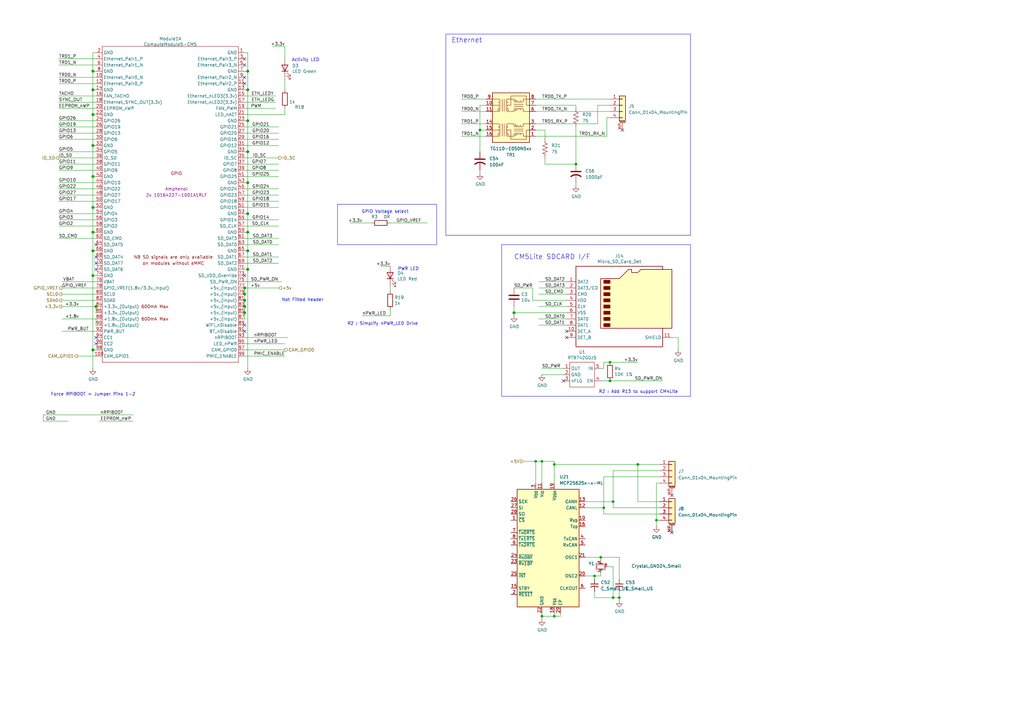
<source format=kicad_sch>
(kicad_sch (version 20250114) (generator "eeschema") (generator_version "9.0")
  (paper "A3")
  (title_block (title "Compute Module 5 IO Board - GPIO - Ethernet") (date "2026-02-08") (rev "0") (company "Logan Fagg") (comment 1 "Licensed under CERN-OHL-S v2") (comment 2 "Copyright © 2026 Logan Fagg") (comment 3 "https://github.com/loganrf/compactPi"))
  (text "Activity LED" (at 119.634 25.4 0) (effects (font (size 1.27 1.27)) (justify left bottom)))
  (text "R2 : Simplify nPWR_LED Drive" (at 156.972 132.842 0) (effects (font (size 1.27 1.27))))
  (text "R2 : Add R13 to support CM4Lite" (at 261.874 160.782 0) (effects (font (size 1.27 1.27))))
  (text "GPIO Voltage select\n" (at 167.64 87.63 0) (effects (font (size 1.27 1.27)) (justify right bottom)))
  (text "Not Fitted header" (at 132.715 123.825 0) (effects (font (size 1.27 1.27)) (justify right bottom)))
  (text "Force RPIBOOT = Jumper Pins 1-2 \n" (at 56.515 162.56 0) (effects (font (size 1.27 1.27)) (justify right bottom)))
  (text "PWR LED" (at 163.195 111.125 0) (effects (font (size 1.27 1.27)) (justify left bottom)))
  (text "Ethernet" (at 185.166 17.78 0) (effects (font (size 2.0066 2.0066)) (justify left bottom)))
  (text "CM5Lite SDCARD I/F" (at 210.82 106.68 0) (effects (font (size 2.007 2.007)) (justify left bottom)))
  (junction (at 101.6 36.83) (diameter 1.016))
  (junction (at 254 245.11))
  (junction (at 101.6 29.21) (diameter 1.016))
  (junction (at 101.6 102.87) (diameter 1.016))
  (junction (at 38.1 113.03) (diameter 1.016))
  (junction (at 243.84 236.22))
  (junction (at 227.33 190.5))
  (junction (at 38.1 46.99) (diameter 1.016))
  (junction (at 100.33 125.73) (diameter 1.016))
  (junction (at 222.25 189.23))
  (junction (at 38.1 72.39) (diameter 1.016))
  (junction (at 246.38 228.6))
  (junction (at 222.25 252.73))
  (junction (at 100.33 123.19) (diameter 1.016))
  (junction (at 38.1 143.51) (diameter 1.016))
  (junction (at 227.33 252.73))
  (junction (at 38.1 59.69) (diameter 1.016))
  (junction (at 101.6 62.23) (diameter 1.016))
  (junction (at 38.1 95.25) (diameter 1.016))
  (junction (at 100.33 118.11) (diameter 1.016))
  (junction (at 101.6 95.25) (diameter 1.016))
  (junction (at 210.82 128.27) (diameter 1.016))
  (junction (at 251.46 205.74))
  (junction (at 250.19 156.21))
  (junction (at 101.6 87.63) (diameter 1.016))
  (junction (at 38.1 85.09) (diameter 1.016))
  (junction (at 100.33 120.65) (diameter 1.016))
  (junction (at 261.62 190.5))
  (junction (at 247.65 208.28))
  (junction (at 38.1 36.83) (diameter 1.016))
  (junction (at 39.37 125.73) (diameter 1.016))
  (junction (at 236.22 67.31))
  (junction (at 38.1 102.87) (diameter 1.016))
  (junction (at 38.1 29.21) (diameter 1.016))
  (junction (at 269.24 213.36))
  (junction (at 100.33 128.27) (diameter 1.016))
  (junction (at 219.71 189.23))
  (junction (at 250.19 148.59))
  (junction (at 101.6 110.49) (diameter 1.016))
  (junction (at 101.6 49.53) (diameter 1.016))
  (junction (at 101.6 74.93) (diameter 1.016))
  (junction (at 251.46 245.11))
  (junction (at 196.85 53.34))
  (no_connect (at 100.33 26.67))
  (no_connect (at 39.37 138.43))
  (no_connect (at 275.59 203.2))
  (no_connect (at 100.33 133.35))
  (no_connect (at 39.37 107.95))
  (no_connect (at 100.33 31.75))
  (no_connect (at 100.33 113.03))
  (no_connect (at 100.33 135.89))
  (no_connect (at 39.37 100.33))
  (no_connect (at 231.14 156.21))
  (no_connect (at 39.37 105.41))
  (no_connect (at 275.59 218.44))
  (no_connect (at 39.37 140.97))
  (no_connect (at 232.41 138.43))
  (no_connect (at 232.41 135.89))
  (no_connect (at 255.27 53.34))
  (no_connect (at 39.37 110.49))
  (no_connect (at 100.33 34.29))
  (no_connect (at 100.33 24.13))
  (wire (pts (xy 275.59 138.43) (xy 278.13 138.43)))
  (wire (pts (xy 101.6 110.49) (xy 101.6 151.13)))
  (wire (pts (xy 248.92 55.88) (xy 219.71 55.88)))
  (wire (pts (xy 227.33 198.12) (xy 227.33 190.5)))
  (wire (pts (xy 100.33 102.87) (xy 101.6 102.87)))
  (wire (pts (xy 24.13 90.17) (xy 39.37 90.17)))
  (wire (pts (xy 39.37 133.35) (xy 39.37 130.81)))
  (wire (pts (xy 24.13 44.45) (xy 39.37 44.45)))
  (wire (pts (xy 100.33 95.25) (xy 101.6 95.25)))
  (wire (pts (xy 101.6 102.87) (xy 101.6 110.49)))
  (wire (pts (xy 100.33 100.33) (xy 114.3 100.33)))
  (wire (pts (xy 39.37 128.27) (xy 39.37 125.73)))
  (wire (pts (xy 17.78 172.72) (xy 27.94 172.72)))
  (wire (pts (xy 100.33 118.11) (xy 114.3 118.11)))
  (wire (pts (xy 101.6 36.83) (xy 101.6 49.53)))
  (wire (pts (xy 40.64 172.72) (xy 54.61 172.72)))
  (polyline (pts (xy 179.07 83.82) (xy 179.07 100.33)) (stroke (width 0) (type solid)))
  (wire (pts (xy 24.13 92.71) (xy 39.37 92.71)))
  (wire (pts (xy 254 237.49) (xy 254 228.6)))
  (wire (pts (xy 116.84 31.75) (xy 116.84 36.83)))
  (wire (pts (xy 24.13 31.75) (xy 39.37 31.75)))
  (wire (pts (xy 24.13 77.47) (xy 39.37 77.47)))
  (wire (pts (xy 100.33 29.21) (xy 101.6 29.21)))
  (wire (pts (xy 220.98 120.65) (xy 232.41 120.65)))
  (wire (pts (xy 17.78 170.18) (xy 54.61 170.18)))
  (wire (pts (xy 247.65 151.13) (xy 246.38 151.13)))
  (wire (pts (xy 270.51 205.74) (xy 261.62 205.74)))
  (wire (pts (xy 100.33 90.17) (xy 114.3 90.17)))
  (wire (pts (xy 227.33 190.5) (xy 227.33 189.23)))
  (wire (pts (xy 24.13 82.55) (xy 39.37 82.55)))
  (wire (pts (xy 229.87 251.46) (xy 229.87 252.73)))
  (wire (pts (xy 24.13 80.01) (xy 39.37 80.01)))
  (wire (pts (xy 39.37 36.83) (xy 38.1 36.83)))
  (wire (pts (xy 250.19 43.18) (xy 245.11 43.18)))
  (wire (pts (xy 100.33 44.45) (xy 113.03 44.45)))
  (wire (pts (xy 243.84 242.57) (xy 243.84 245.11)))
  (wire (pts (xy 24.13 67.31) (xy 39.37 67.31)))
  (wire (pts (xy 196.85 53.34) (xy 196.85 62.23)))
  (wire (pts (xy 269.24 198.12) (xy 269.24 213.36)))
  (wire (pts (xy 100.33 87.63) (xy 101.6 87.63)))
  (wire (pts (xy 246.38 228.6) (xy 240.03 228.6)))
  (wire (pts (xy 261.62 205.74) (xy 261.62 190.5)))
  (wire (pts (xy 24.13 39.37) (xy 39.37 39.37)))
  (wire (pts (xy 39.37 21.59) (xy 38.1 21.59)))
  (wire (pts (xy 101.6 21.59) (xy 101.6 29.21)))
  (wire (pts (xy 101.6 29.21) (xy 101.6 36.83)))
  (wire (pts (xy 236.22 52.07) (xy 236.22 67.31)))
  (wire (pts (xy 38.1 143.51) (xy 38.1 151.13)))
  (wire (pts (xy 189.23 50.8) (xy 199.39 50.8)))
  (wire (pts (xy 100.33 57.15) (xy 114.3 57.15)))
  (wire (pts (xy 100.33 143.51) (xy 116.84 143.51)))
  (wire (pts (xy 196.85 53.34) (xy 199.39 53.34)))
  (wire (pts (xy 243.84 237.49) (xy 243.84 236.22)))
  (wire (pts (xy 269.24 213.36) (xy 270.51 213.36)))
  (wire (pts (xy 100.33 107.95) (xy 114.3 107.95)))
  (wire (pts (xy 100.33 80.01) (xy 114.3 80.01)))
  (wire (pts (xy 101.6 95.25) (xy 101.6 102.87)))
  (wire (pts (xy 38.1 72.39) (xy 38.1 85.09)))
  (wire (pts (xy 247.65 208.28) (xy 240.03 208.28)))
  (wire (pts (xy 210.82 128.27) (xy 232.41 128.27)))
  (wire (pts (xy 101.6 49.53) (xy 101.6 62.23)))
  (wire (pts (xy 269.24 213.36) (xy 269.24 215.9)))
  (wire (pts (xy 24.13 74.93) (xy 39.37 74.93)))
  (polyline (pts (xy 182.88 13.97) (xy 283.21 13.97)) (stroke (width 0) (type solid)))
  (wire (pts (xy 100.33 140.97) (xy 116.84 140.97)))
  (wire (pts (xy 39.37 29.21) (xy 38.1 29.21)))
  (wire (pts (xy 25.4 135.89) (xy 39.37 135.89)))
  (wire (pts (xy 100.33 128.27) (xy 100.33 130.81)))
  (wire (pts (xy 227.33 189.23) (xy 222.25 189.23)))
  (wire (pts (xy 231.14 153.67) (xy 222.25 153.67)))
  (wire (pts (xy 100.33 41.91) (xy 113.03 41.91)))
  (wire (pts (xy 100.33 115.57) (xy 115.57 115.57)))
  (wire (pts (xy 114.3 97.79) (xy 100.33 97.79)))
  (wire (pts (xy 24.13 26.67) (xy 39.37 26.67)))
  (wire (pts (xy 196.85 69.85) (xy 196.85 71.12)))
  (wire (pts (xy 24.13 49.53) (xy 39.37 49.53)))
  (wire (pts (xy 231.14 151.13) (xy 222.25 151.13)))
  (wire (pts (xy 250.19 48.26) (xy 248.92 48.26)))
  (wire (pts (xy 100.33 120.65) (xy 100.33 123.19)))
  (wire (pts (xy 254 245.11) (xy 254 242.57)))
  (wire (pts (xy 223.52 64.77) (xy 223.52 67.31)))
  (wire (pts (xy 100.33 74.93) (xy 101.6 74.93)))
  (wire (pts (xy 100.33 39.37) (xy 113.03 39.37)))
  (wire (pts (xy 251.46 208.28) (xy 251.46 205.74)))
  (wire (pts (xy 210.82 125.73) (xy 210.82 128.27)))
  (wire (pts (xy 248.92 48.26) (xy 248.92 55.88)))
  (wire (pts (xy 219.71 43.18) (xy 236.22 43.18)))
  (polyline (pts (xy 139.7 83.82) (xy 179.07 83.82)) (stroke (width 0) (type solid)))
  (wire (pts (xy 246.38 228.6) (xy 246.38 229.87)))
  (polyline (pts (xy 283.21 162.56) (xy 205.74 162.56)) (stroke (width 0) (type solid)))
  (wire (pts (xy 270.51 210.82) (xy 247.65 210.82)))
  (wire (pts (xy 100.33 138.43) (xy 118.11 138.43)))
  (wire (pts (xy 38.1 95.25) (xy 39.37 95.25)))
  (wire (pts (xy 218.44 123.19) (xy 218.44 118.11)))
  (wire (pts (xy 38.1 102.87) (xy 38.1 113.03)))
  (wire (pts (xy 38.1 85.09) (xy 38.1 95.25)))
  (wire (pts (xy 31.75 146.05) (xy 39.37 146.05)))
  (wire (pts (xy 116.84 19.05) (xy 116.84 24.13)))
  (wire (pts (xy 245.11 43.18) (xy 245.11 50.8)))
  (wire (pts (xy 248.92 232.41) (xy 251.46 232.41)))
  (wire (pts (xy 219.71 189.23) (xy 219.71 198.12)))
  (wire (pts (xy 245.11 50.8) (xy 219.71 50.8)))
  (wire (pts (xy 247.65 148.59) (xy 247.65 151.13)))
  (wire (pts (xy 227.33 190.5) (xy 261.62 190.5)))
  (wire (pts (xy 270.51 208.28) (xy 251.46 208.28)))
  (wire (pts (xy 278.13 138.43) (xy 278.13 143.51)))
  (wire (pts (xy 236.22 74.93) (xy 236.22 76.2)))
  (wire (pts (xy 38.1 59.69) (xy 38.1 72.39)))
  (wire (pts (xy 38.1 113.03) (xy 39.37 113.03)))
  (wire (pts (xy 251.46 193.04) (xy 251.46 205.74)))
  (wire (pts (xy 251.46 205.74) (xy 240.03 205.74)))
  (wire (pts (xy 38.1 72.39) (xy 39.37 72.39)))
  (wire (pts (xy 270.51 193.04) (xy 251.46 193.04)))
  (wire (pts (xy 24.13 54.61) (xy 39.37 54.61)))
  (wire (pts (xy 100.33 52.07) (xy 114.3 52.07)))
  (wire (pts (xy 227.33 252.73) (xy 222.25 252.73)))
  (wire (pts (xy 25.4 130.81) (xy 39.37 130.81)))
  (wire (pts (xy 24.13 97.79) (xy 39.37 97.79)))
  (wire (pts (xy 24.13 24.13) (xy 39.37 24.13)))
  (polyline (pts (xy 283.21 100.33) (xy 283.21 162.56)) (stroke (width 0) (type solid)))
  (wire (pts (xy 100.33 62.23) (xy 101.6 62.23)))
  (wire (pts (xy 236.22 44.45) (xy 236.22 43.18)))
  (wire (pts (xy 222.25 189.23) (xy 219.71 189.23)))
  (wire (pts (xy 243.84 245.11) (xy 251.46 245.11)))
  (wire (pts (xy 250.19 148.59) (xy 261.62 148.59)))
  (wire (pts (xy 100.33 36.83) (xy 101.6 36.83)))
  (wire (pts (xy 38.1 95.25) (xy 38.1 102.87)))
  (wire (pts (xy 160.02 127) (xy 160.02 129.54)))
  (wire (pts (xy 219.71 40.64) (xy 250.19 40.64)))
  (wire (pts (xy 39.37 143.51) (xy 38.1 143.51)))
  (wire (pts (xy 189.23 45.72) (xy 199.39 45.72)))
  (wire (pts (xy 24.13 57.15) (xy 39.37 57.15)))
  (wire (pts (xy 220.98 130.81) (xy 232.41 130.81)))
  (wire (pts (xy 25.4 123.19) (xy 39.37 123.19)))
  (wire (pts (xy 38.1 113.03) (xy 38.1 143.51)))
  (wire (pts (xy 160.02 116.84) (xy 160.02 119.38)))
  (wire (pts (xy 100.33 146.05) (xy 116.84 146.05)))
  (wire (pts (xy 220.98 115.57) (xy 232.41 115.57)))
  (wire (pts (xy 100.33 64.77) (xy 114.3 64.77)))
  (wire (pts (xy 247.65 148.59) (xy 250.19 148.59)))
  (wire (pts (xy 101.6 87.63) (xy 101.6 95.25)))
  (wire (pts (xy 270.51 195.58) (xy 247.65 195.58)))
  (wire (pts (xy 100.33 54.61) (xy 114.3 54.61)))
  (wire (pts (xy 116.84 46.99) (xy 116.84 44.45)))
  (wire (pts (xy 100.33 69.85) (xy 114.3 69.85)))
  (wire (pts (xy 114.3 105.41) (xy 100.33 105.41)))
  (wire (pts (xy 199.39 43.18) (xy 196.85 43.18)))
  (polyline (pts (xy 283.21 96.52) (xy 182.88 96.52)) (stroke (width 0) (type solid)))
  (wire (pts (xy 25.4 118.11) (xy 39.37 118.11)))
  (polyline (pts (xy 182.88 96.52) (xy 182.88 13.97)) (stroke (width 0) (type solid)))
  (wire (pts (xy 247.65 210.82) (xy 247.65 208.28)))
  (wire (pts (xy 189.23 40.64) (xy 199.39 40.64)))
  (wire (pts (xy 100.33 85.09) (xy 114.3 85.09)))
  (polyline (pts (xy 205.74 162.56) (xy 205.74 100.33)) (stroke (width 0) (type solid)))
  (wire (pts (xy 143.51 91.44) (xy 152.4 91.44)))
  (wire (pts (xy 24.13 34.29) (xy 39.37 34.29)))
  (wire (pts (xy 25.4 115.57) (xy 39.37 115.57)))
  (wire (pts (xy 247.65 195.58) (xy 247.65 208.28)))
  (wire (pts (xy 25.4 125.73) (xy 39.37 125.73)))
  (wire (pts (xy 229.87 252.73) (xy 227.33 252.73)))
  (wire (pts (xy 100.33 59.69) (xy 114.3 59.69)))
  (wire (pts (xy 219.71 45.72) (xy 250.19 45.72)))
  (polyline (pts (xy 205.74 100.33) (xy 283.21 100.33)) (stroke (width 0) (type solid)))
  (wire (pts (xy 114.3 92.71) (xy 100.33 92.71)))
  (wire (pts (xy 100.33 67.31) (xy 114.3 67.31)))
  (polyline (pts (xy 283.21 13.97) (xy 283.21 96.52)) (stroke (width 0) (type solid)))
  (wire (pts (xy 246.38 234.95) (xy 246.38 236.22)))
  (wire (pts (xy 24.13 64.77) (xy 39.37 64.77)))
  (wire (pts (xy 270.51 198.12) (xy 269.24 198.12)))
  (wire (pts (xy 25.4 120.65) (xy 39.37 120.65)))
  (wire (pts (xy 189.23 55.88) (xy 199.39 55.88)))
  (wire (pts (xy 38.1 36.83) (xy 38.1 46.99)))
  (wire (pts (xy 100.33 46.99) (xy 116.84 46.99)))
  (wire (pts (xy 251.46 232.41) (xy 251.46 245.11)))
  (wire (pts (xy 254 228.6) (xy 246.38 228.6)))
  (wire (pts (xy 24.13 52.07) (xy 39.37 52.07)))
  (polyline (pts (xy 138.43 100.33) (xy 138.43 83.82)) (stroke (width 0) (type solid)))
  (wire (pts (xy 160.02 91.44) (xy 175.26 91.44)))
  (wire (pts (xy 251.46 245.11) (xy 254 245.11)))
  (wire (pts (xy 160.02 109.22) (xy 156.21 109.22)))
  (wire (pts (xy 100.33 72.39) (xy 114.3 72.39)))
  (wire (pts (xy 38.1 29.21) (xy 38.1 36.83)))
  (wire (pts (xy 100.33 21.59) (xy 101.6 21.59)))
  (wire (pts (xy 100.33 110.49) (xy 101.6 110.49)))
  (wire (pts (xy 214.63 189.23) (xy 219.71 189.23)))
  (wire (pts (xy 24.13 69.85) (xy 39.37 69.85)))
  (wire (pts (xy 24.13 87.63) (xy 39.37 87.63)))
  (wire (pts (xy 100.33 118.11) (xy 100.33 120.65)))
  (wire (pts (xy 17.78 170.18) (xy 17.78 172.72)))
  (wire (pts (xy 111.76 19.05) (xy 116.84 19.05)))
  (wire (pts (xy 210.82 128.27) (xy 210.82 129.54)))
  (wire (pts (xy 100.33 49.53) (xy 101.6 49.53)))
  (wire (pts (xy 232.41 123.19) (xy 218.44 123.19)))
  (wire (pts (xy 250.19 156.21) (xy 271.78 156.21)))
  (wire (pts (xy 24.13 62.23) (xy 39.37 62.23)))
  (wire (pts (xy 196.85 43.18) (xy 196.85 53.34)))
  (wire (pts (xy 24.13 41.91) (xy 39.37 41.91)))
  (wire (pts (xy 222.25 251.46) (xy 222.25 252.73)))
  (wire (pts (xy 246.38 236.22) (xy 243.84 236.22)))
  (wire (pts (xy 246.38 156.21) (xy 250.19 156.21)))
  (wire (pts (xy 261.62 190.5) (xy 270.51 190.5)))
  (wire (pts (xy 240.03 236.22) (xy 243.84 236.22)))
  (wire (pts (xy 227.33 251.46) (xy 227.33 252.73)))
  (wire (pts (xy 101.6 74.93) (xy 101.6 87.63)))
  (polyline (pts (xy 139.7 83.82) (xy 138.43 83.82)) (stroke (width 0) (type solid)))
  (wire (pts (xy 148.59 129.54) (xy 160.02 129.54)))
  (wire (pts (xy 223.52 67.31) (xy 236.22 67.31)))
  (wire (pts (xy 100.33 123.19) (xy 100.33 125.73)))
  (wire (pts (xy 232.41 118.11) (xy 220.98 118.11)))
  (wire (pts (xy 38.1 46.99) (xy 39.37 46.99)))
  (wire (pts (xy 38.1 21.59) (xy 38.1 29.21)))
  (wire (pts (xy 222.25 252.73) (xy 222.25 254)))
  (wire (pts (xy 38.1 85.09) (xy 39.37 85.09)))
  (wire (pts (xy 100.33 125.73) (xy 100.33 128.27)))
  (wire (pts (xy 223.52 57.15) (xy 223.52 53.34)))
  (wire (pts (xy 100.33 77.47) (xy 114.3 77.47)))
  (wire (pts (xy 38.1 102.87) (xy 39.37 102.87)))
  (wire (pts (xy 38.1 59.69) (xy 39.37 59.69)))
  (polyline (pts (xy 179.07 100.33) (xy 139.7 100.33)) (stroke (width 0) (type solid)))
  (wire (pts (xy 210.82 118.11) (xy 218.44 118.11)))
  (wire (pts (xy 254 246.38) (xy 254 245.11)))
  (wire (pts (xy 232.41 125.73) (xy 220.98 125.73)))
  (wire (pts (xy 232.41 133.35) (xy 220.98 133.35)))
  (wire (pts (xy 219.71 53.34) (xy 223.52 53.34)))
  (wire (pts (xy 100.33 82.55) (xy 114.3 82.55)))
  (wire (pts (xy 222.25 198.12) (xy 222.25 189.23)))
  (wire (pts (xy 101.6 62.23) (xy 101.6 74.93)))
  (wire (pts (xy 38.1 46.99) (xy 38.1 59.69)))
  (polyline (pts (xy 138.43 100.33) (xy 139.7 100.33)) (stroke (width 0) (type solid)))
  (label "SD_DAT2" (at 111.76 107.95 180))
  (label "TRD0_N" (at 189.23 45.72 0))
  (label "GPIO5" (at 24.13 62.23 0))
  (label "GPIO2" (at 24.13 92.71 0))
  (label "GPIO9" (at 24.13 69.85 0))
  (label "ETH_LEDG" (at 103.124 41.91 0))
  (label "SD_DAT1" (at 111.76 105.41 180))
  (label "GPIO10" (at 24.13 74.93 0))
  (label "GPIO6" (at 24.13 57.15 0))
  (label "GPIO20" (at 110.49 54.61 180))
  (label "SD_DAT2" (at 223.52 115.57 0))
  (label "GPIO25" (at 110.49 72.39 180))
  (label "SD_DAT0" (at 111.76 100.33 180))
  (label "GPIO15" (at 110.49 85.09 180))
  (label "GPIO13" (at 24.13 54.61 0))
  (label "GPIO7" (at 109.22 67.31 180))
  (label "GPIO14" (at 110.49 90.17 180))
  (label "SD_PWR_ON" (at 260.35 156.21 0))
  (label "ETH_LEDY" (at 103.124 39.37 0))
  (label "SD_PWR_ON" (at 102.87 115.57 0))
  (label "TRD0_P" (at 189.23 40.64 0))
  (label "PWM" (at 102.87 44.45 0))
  (label "GPIO4" (at 24.13 87.63 0))
  (label "TRD1_P" (at 24.13 24.13 0))
  (label "+3.3v" (at 261.62 148.59 180))
  (label "+3.3v" (at 116.84 19.05 180))
  (label "SD_DAT3" (at 111.76 97.79 180))
  (label "GPIO27" (at 24.13 80.01 0))
  (label "EEPROM_nWP" (at 24.13 44.45 0))
  (label "GPIO_VREF" (at 25.4 118.11 0))
  (label "SD_PWR" (at 210.82 118.11 0))
  (label "SD_DAT0" (at 223.52 130.81 0))
  (label "GPIO21" (at 110.49 52.07 180))
  (label "GPIO23" (at 110.49 80.01 180))
  (label "TRD0_N" (at 24.13 31.75 0))
  (label "TRD1_P" (at 189.23 50.8 0))
  (label "+1.8v" (at 26.67 130.81 0))
  (label "TRD0_TX_N" (at 222.25 45.72 0))
  (label "SD_DAT3" (at 223.52 118.11 0))
  (label "SD_CLK" (at 110.49 92.71 180))
  (label "GND" (at 22.86 170.18 180))
  (label "TRD1_N" (at 189.23 55.88 0))
  (label "GPIO16" (at 110.49 57.15 180))
  (label "GPIO12" (at 110.49 59.69 180))
  (label "+3.3v" (at 26.67 125.73 0))
  (label "SD_CMD" (at 223.52 120.65 0))
  (label "GPIO8" (at 109.22 69.85 180))
  (label "GPIO17" (at 24.13 82.55 0))
  (label "SYNC_OUT" (at 24.13 41.91 0))
  (label "nPWR_LED" (at 148.59 129.54 0))
  (label "SD_PWR" (at 222.25 151.13 0))
  (label "SD_DAT1" (at 223.52 133.35 0))
  (label "GPIO18" (at 110.49 82.55 180))
  (label "nPWR_LED" (at 104.14 140.97 0))
  (label "TRD0_P" (at 24.13 34.29 0))
  (label "nRPIBOOT" (at 50.546 170.18 180))
  (label "+3.3v" (at 148.59 91.44 180))
  (label "GPIO26" (at 24.13 49.53 0))
  (label "PWR_BUT" (at 27.686 135.89 0))
  (label "nRPIBOOT" (at 104.14 138.43 0))
  (label "EEPROM_nWP" (at 53.848 172.72 180))
  (label "TRD0_TX_P" (at 222.25 40.64 0))
  (label "GPIO11" (at 24.13 67.31 0))
  (label "ID_SD" (at 24.13 64.77 0))
  (label "TRD1_N" (at 24.13 26.67 0))
  (label "GPIO24" (at 110.49 77.47 180))
  (label "VBAT" (at 30.48 115.57 180))
  (label "ID_SC" (at 109.22 64.77 180))
  (label "TACHO" (at 24.13 39.37 0))
  (label "+5v" (at 106.68 118.11 180))
  (label "SD_CMD" (at 24.13 97.79 0))
  (label "TRD1_RX_P" (at 222.25 50.8 0))
  (label "PMIC_ENABLE" (at 116.84 146.05 180))
  (label "+3.3v" (at 160.02 109.22 180))
  (label "GPIO_VREF" (at 162.56 91.44 0))
  (label "GND" (at 22.86 172.72 180))
  (label "GPIO19" (at 24.13 52.07 0))
  (label "SD_CLK" (at 223.52 125.73 0))
  (label "TRD1_RX_N" (at 237.49 55.88 0))
  (label "GPIO22" (at 24.13 77.47 0))
  (label "GPIO3" (at 24.13 90.17 0))
  (hierarchical_label "ID_SD" (shape output) (at 24.13 64.77 180))
  (hierarchical_label "SDA0" (shape output) (at 25.4 123.19 180))
  (hierarchical_label "CAM_GPIO1" (shape output) (at 31.75 146.05 180))
  (hierarchical_label "+3.3v" (shape output) (at 25.4 125.73 180))
  (hierarchical_label "GPIO_VREF" (shape output) (at 25.4 118.11 180))
  (hierarchical_label "ID_SC" (shape output) (at 114.3 64.77 0))
  (hierarchical_label "SCL0" (shape output) (at 25.4 120.65 180))
  (hierarchical_label "CAM_GPIO0" (shape output) (at 116.84 143.51 0))
  (hierarchical_label "+5V" (shape input) (at 214.63 189.23 180))
  (hierarchical_label "+5v" (shape input) (at 114.3 118.11 0))
  (symbol (lib_id "CM5IO:RT9742GGJ5") (at 240.03 161.29 0) (unit 1)
    (property "Reference" "U1" (at 238.76 144.399 0))
    (property "Value" "RT9742GGJ5" (at 238.76 146.7104 0))
    (property "Footprint" "Package_TO_SOT_SMD:SOT-23-5" (effects (hide yes)))
    (property "Datasheet" "https://www.richtek.com/assets/product_file/RT9742/DS9742-00.pdf" (effects (hide yes)))
    (property "Description" "1A load switch" (effects (hide yes)))
    (property "Field4" "Farnell" (effects (hide yes)))
    (property "Field5" "	2545875" (effects (hide yes)))
    (property "Field6" "RT9742GGJ5" (effects (hide yes)))
    (property "Field7" "RichTek" (effects (hide yes)))
    (property "Field8" "USWI00166" (effects (hide yes)))
    (property "Part Description" "	Power Switch/Driver 1:1 N-Channel 1A TSOT-23-5" (effects (hide yes)))
  )
  (symbol (lib_id "power:GND") (at 222.25 153.67 0) (unit 1)
    (property "Reference" "#PWR0113" (effects (hide yes)))
    (property "Value" "GND" (at 222.377 158.0642 0))
    (property "Description" "Power symbol creates a global label with name \"GND\" , ground" (effects (hide yes)))
  )
  (symbol (lib_id "CM5IO:ComputeModule5-CM5") (at 72.39 77.47 0) (unit 1)
    (property "Reference" "Module1" (at 69.85 15.875 0))
    (property "Value" "ComputeModule5-CM5" (at 69.85 18.1864 0))
    (property "Footprint" "CM5IO:Raspberry-Pi-5-Compute-Module" (effects (hide yes)))
    (property "Description" "RaspberryPi Compute module 5" (effects (hide yes)))
    (property "Field4" "Amphenol" (at 72.39 77.47 0))
    (property "Field5" "2x 10164227-1001A1RLF" (at 72.39 80.01 0))
    (property "Field6" "2x 10164227-1001A1RLF" (effects (hide yes)))
    (property "Field7" "Hirose" (effects (hide yes)))
    (property "Part Description" "	100 Position Connector Receptacle, Center Strip Contacts Surface Mount Gold" (effects (hide yes)))
  )
  (symbol (lib_id "Device:C") (at 210.82 121.92 0) (unit 1)
    (property "Reference" "C3" (at 213.741 120.7516 0) (effects (justify left)))
    (property "Value" "10u" (at 213.741 123.063 0) (effects (justify left)))
    (property "Footprint" "Capacitor_SMD:C_0805_2012Metric" (effects (hide yes)))
    (property "Description" "Unpolarized capacitor" (effects (hide yes)))
    (property "Field5" "490-14381-1-ND" (effects (hide yes)))
    (property "Field4" "Digikey" (effects (hide yes)))
    (property "Field6" "GRM21BR71A106KA73L" (effects (hide yes)))
    (property "Field7" "Murata" (effects (hide yes)))
    (property "Part Description" "	10uF 10% 10V Ceramic Capacitor X7R 0805 (2012 Metric)" (effects (hide yes)))
    (property "Field8" "111893011" (effects (hide yes)))
  )
  (symbol (lib_id "power:GND") (at 38.1 151.13 0) (unit 1)
    (property "Reference" "#PWR0104" (effects (hide yes)))
    (property "Value" "GND" (at 38.227 155.5242 0))
    (property "Description" "Power symbol creates a global label with name \"GND\" , ground" (effects (hide yes)))
  )
  (symbol (lib_id "power:GND") (at 101.6 151.13 0) (unit 1)
    (property "Reference" "#PWR0105" (effects (hide yes)))
    (property "Value" "GND" (at 101.727 155.5242 0))
    (property "Description" "Power symbol creates a global label with name \"GND\" , ground" (effects (hide yes)))
  )
  (symbol (lib_id "Device:LED") (at 116.84 27.94 90) (unit 1)
    (property "Reference" "D3" (at 119.8118 26.9494 90) (effects (justify right)))
    (property "Value" "LED Green" (at 119.8118 29.2608 90) (effects (justify right)))
    (property "Footprint" "LED_SMD:LED_0603_1608Metric" (effects (hide yes)))
    (property "Description" "Light emitting diode" (effects (hide yes)))
    (property "Field4" "Digikey " (effects (hide yes)))
    (property "Field5" "LTST-S270KGKT" (effects (hide yes)))
    (property "Field6" "SML-A12M8TT86N" (effects (hide yes)))
    (property "Field7" "Rohm" (effects (hide yes)))
    (property "Field8" "650263301" (effects (hide yes)))
    (property "Part Description" "	Green 572nm LED Indication - Discrete 2.2V 2-SMD, No Lead" (effects (hide yes)))
    (property "Sim.Pins" "1=K 2=A" (effects (hide yes)))
  )
  (symbol (lib_id "Device:R") (at 116.84 40.64 0) (unit 1)
    (property "Reference" "R18" (at 120.904 43.942 0) (effects (justify left)))
    (property "Value" "1k" (at 118.618 41.783 0) (effects (justify left)))
    (property "Footprint" "Resistor_SMD:R_0402_1005Metric" (effects (hide yes)))
    (property "Description" "Resistor" (effects (hide yes)))
    (property "Field4" "Farnell" (effects (hide yes)))
    (property "Field5" "9239235" (effects (hide yes)))
    (property "Field7" "KOA EUROPE GMBH" (effects (hide yes)))
    (property "Field6" "RK73H1ETTP1001F" (effects (hide yes)))
    (property "Part Description" "Resistor 1K M1005 1% 63mW" (effects (hide yes)))
    (property "Field8" "125049511" (effects (hide yes)))
  )
  (symbol (lib_id "Device:LED") (at 160.02 113.03 90) (unit 1)
    (property "Reference" "D4" (at 162.9918 112.0394 90) (effects (justify right)))
    (property "Value" "LED Red" (at 162.9918 114.3508 90) (effects (justify right)))
    (property "Footprint" "LED_SMD:LED_0603_1608Metric" (effects (hide yes)))
    (property "Description" "Light emitting diode" (effects (hide yes)))
    (property "Field4" "Digikey " (effects (hide yes)))
    (property "Field5" "	LTST-S270KRKT" (effects (hide yes)))
    (property "Field6" "SML-A12U8TT86Q" (effects (hide yes)))
    (property "Field7" "Rohm" (effects (hide yes)))
    (property "Field8" "650295101" (effects (hide yes)))
    (property "Part Description" "	Red 620nm LED Indication - Discrete 2.2V 2-SMD, No Lead" (effects (hide yes)))
    (property "Sim.Pins" "1=K 2=A" (effects (hide yes)))
  )
  (symbol (lib_id "Device:R") (at 160.02 123.19 0) (unit 1)
    (property "Reference" "R19" (at 161.798 122.0216 0) (effects (justify left)))
    (property "Value" "1k" (at 161.798 124.333 0) (effects (justify left)))
    (property "Footprint" "Resistor_SMD:R_0402_1005Metric" (effects (hide yes)))
    (property "Description" "Resistor" (effects (hide yes)))
    (property "Field4" "Farnell" (effects (hide yes)))
    (property "Field5" "9239235" (effects (hide yes)))
    (property "Field7" "KOA EUROPE GMBH" (effects (hide yes)))
    (property "Field6" "RK73H1ETTP1001F" (effects (hide yes)))
    (property "Part Description" "Resistor 1K M1005 1% 63mW" (effects (hide yes)))
    (property "Field8" "125049511" (effects (hide yes)))
  )
  (symbol (lib_id "Device:R") (at 156.21 91.44 90) (unit 1)
    (property "Reference" "R3" (at 154.94 88.9 90) (effects (justify left)))
    (property "Value" "0R" (at 160.02 88.9 90) (effects (justify left)))
    (property "Footprint" "Resistor_SMD:R_0805_2012Metric_Pad1.20x1.40mm_HandSolder" (effects (hide yes)))
    (property "Description" "Resistor" (effects (hide yes)))
    (property "Field4" "Farnell" (effects (hide yes)))
    (property "Field5" "9233750" (effects (hide yes)))
    (property "Field7" "Rohm" (effects (hide yes)))
    (property "Field6" "MCR10EZPJ000" (effects (hide yes)))
    (property "Part Description" "Resistor 0R M2012 5% " (effects (hide yes)))
    (property "Field8" "121629591" (effects (hide yes)))
  )
  (symbol (lib_id "Connector:Micro_SD_Card_Det2") (at 255.27 125.73 0) (unit 1)
    (property "Reference" "J14" (at 254 104.9782 0))
    (property "Value" "Micro_SD_Card_Det" (at 254 107.2896 0))
    (property "Footprint" "CM5IO:SDCARD_MOLEX_503398-1892" (effects (hide yes)))
    (property "Datasheet" "https://www.hirose.com/en/product/document?clcode=&productname=&series=DM3&documenttype=Catalog&lang=en&documentid=D49662_en" (effects (hide yes)))
    (property "Description" "Micro SD Card Socket with two card detection pins" (effects (hide yes)))
    (property "Field4" "Farnell" (effects (hide yes)))
    (property "Field5" "2358234" (effects (hide yes)))
    (property "Field6" "503398-1892" (effects (hide yes)))
    (property "Field7" "Molex" (effects (hide yes)))
    (property "Part Description" "9 (8 + 1) Position Card Connector microSD™ Surface Mount, Right Angle Gold" (effects (hide yes)))
    (property "Field8" "UCON00512" (effects (hide yes)))
  )
  (symbol (lib_id "power:GND") (at 210.82 129.54 0) (unit 1)
    (property "Reference" "#PWR0107" (effects (hide yes)))
    (property "Value" "GND" (at 210.947 133.9342 0))
    (property "Description" "Power symbol creates a global label with name \"GND\" , ground" (effects (hide yes)))
  )
  (symbol (lib_id "power:GND") (at 278.13 143.51 0) (unit 1)
    (property "Reference" "#PWR0108" (effects (hide yes)))
    (property "Value" "GND" (at 278.257 147.9042 0))
    (property "Description" "Power symbol creates a global label with name \"GND\" , ground" (effects (hide yes)))
  )
  (symbol (lib_id "power:GND") (at 254 246.38 0) (unit 1)
    (property "Reference" "#PWR041" (effects (hide yes)))
    (property "Value" "GND" (at 254.127 250.7742 0))
    (property "Description" "Power symbol creates a global label with name \"GND\" , ground" (effects (hide yes)))
  )
  (symbol (lib_id "Device:R_US") (at 236.22 48.26 180) (unit 1)
    (property "Reference" "R20" (at 238.76 46.9899 0) (effects (justify right)))
    (property "Value" "75" (at 238.76 49.5299 0) (effects (justify right)))
    (property "Footprint" "Resistor_SMD:R_0402_1005Metric" (effects (hide yes)))
    (property "Description" "Resistor, US symbol" (effects (hide yes)))
  )
  (symbol (lib_id "Connector_Generic_MountingPin:Conn_01x04_MountingPin") (at 275.59 193.04 0) (unit 1)
    (property "Reference" "J7" (at 278.13 193.3955 0) (effects (justify left)))
    (property "Value" "Conn_01x04_MountingPin" (at 278.13 195.9355 0) (effects (justify left)))
    (property "Footprint" "Connector_JST:JST_GH_BM04B-GHS-TBT_1x04-1MP_P1.25mm_Vertical" (effects (hide yes)))
    (property "Description" "Generic connectable mounting pin connector, single row, 01x04, script generated (kicad-library-utils/schlib/autogen/connector/)" (effects (hide yes)))
  )
  (symbol (lib_id "Interface_CAN_LIN:MCP25625x-x-ML") (at 224.79 226.06 0) (unit 1)
    (property "Reference" "U21" (at 229.4733 195.58 0) (effects (justify left)))
    (property "Value" "MCP25625x-x-ML" (at 229.4733 198.12 0) (effects (justify left)))
    (property "Footprint" "Package_DFN_QFN:QFN-28-1EP_6x6mm_P0.65mm_EP4.25x4.25mm" (effects (hide yes)))
    (property "Datasheet" "https://ww1.microchip.com/downloads/aemDocuments/documents/OTH/ProductDocuments/DataSheets/MCP25625-CAN-Controller-Data-Sheet-20005282C.pdf" (effects (hide yes)))
    (property "Description" "Stand-Alone CAN Controller with SPI Interface and integated Transceiver, VQFN-28" (effects (hide yes)))
  )
  (symbol (lib_id "Transformer:TG110-E050N5xx") (at 209.55 48.26 0) (mirror x) (unit 1)
    (property "Reference" "TR1" (at 209.55 63.5 0))
    (property "Value" "TG110-E050N5xx" (at 209.55 60.96 0))
    (property "Footprint" "Transformer_SMD:Transformer_Ethernet_Halo_N5_SO-16_7.11x12.7mm" (effects (hide yes)))
    (property "Datasheet" "https://www.haloelectronics.com/pdf/discrete-ultra-100baset.pdf" (effects (hide yes)))
    (property "Description" "Ethernet LAN 10/100 Base-Tx Transformer" (effects (hide yes)))
  )
  (symbol (lib_id "Connector_Generic_MountingPin:Conn_01x04_MountingPin") (at 275.59 208.28 0) (unit 1)
    (property "Reference" "J8" (at 278.13 208.6355 0) (effects (justify left)))
    (property "Value" "Conn_01x04_MountingPin" (at 278.13 211.1755 0) (effects (justify left)))
    (property "Footprint" "Connector_JST:JST_GH_BM04B-GHS-TBT_1x04-1MP_P1.25mm_Vertical" (effects (hide yes)))
    (property "Description" "Generic connectable mounting pin connector, single row, 01x04, script generated (kicad-library-utils/schlib/autogen/connector/)" (effects (hide yes)))
  )
  (symbol (lib_id "Device:Crystal_GND24_Small") (at 246.38 232.41 90) (unit 1)
    (property "Reference" "Y1" (at 243.84 231.1399 90) (effects (justify left)))
    (property "Value" "Crystal_GND24_Small" (at 279.4 232.156 90) (effects (justify left)))
    (property "Footprint" "Crystal:Crystal_SMD_2016-4Pin_2.0x1.6mm" (effects (hide yes)))
    (property "Description" "Four pin crystal, GND on pins 2 and 4, small symbol" (effects (hide yes)))
    (property private "KLC_S3.3" "The rectangle is not a symbol body but a graphical element" (effects (hide yes)))
    (property private "KLC_S4.1" "Some pins are on 50mil grid to make the symbol small" (effects (hide yes)))
  )
  (symbol (lib_id "Device:C_Small_US") (at 243.84 240.03 0) (unit 1)
    (property "Reference" "C52" (at 246.38 238.8869 0) (effects (justify left)))
    (property "Value" "C_Small_US" (at 246.38 241.4269 0) (effects (justify left)))
    (property "Footprint" "Capacitor_SMD:C_0402_1005Metric" (effects (hide yes)))
    (property "Description" "capacitor, small US symbol" (effects (hide yes)))
  )
  (symbol (lib_id "power:GND") (at 222.25 254 0) (unit 1)
    (property "Reference" "#PWR042" (effects (hide yes)))
    (property "Value" "GND" (at 222.377 258.3942 0))
    (property "Description" "Power symbol creates a global label with name \"GND\" , ground" (effects (hide yes)))
  )
  (symbol (lib_id "Device:R_US") (at 223.52 60.96 180) (unit 1)
    (property "Reference" "R21" (at 226.06 59.6899 0) (effects (justify right)))
    (property "Value" "75" (at 226.06 62.2299 0) (effects (justify right)))
    (property "Footprint" "Resistor_SMD:R_0402_1005Metric" (effects (hide yes)))
    (property "Description" "Resistor, US symbol" (effects (hide yes)))
  )
  (symbol (lib_id "power:GND") (at 196.85 71.12 0) (unit 1)
    (property "Reference" "#PWR045" (effects (hide yes)))
    (property "Value" "GND" (at 196.977 75.5142 0))
    (property "Description" "Power symbol creates a global label with name \"GND\" , ground" (effects (hide yes)))
  )
  (symbol (lib_id "Device:C_US") (at 196.85 66.04 0) (unit 1)
    (property "Reference" "C54" (at 200.66 65.0239 0) (effects (justify left)))
    (property "Value" "100nF" (at 200.66 67.5639 0) (effects (justify left)))
    (property "Footprint" "Capacitor_SMD:C_0402_1005Metric" (effects (hide yes)))
    (property "Description" "capacitor, US symbol" (effects (hide yes)))
  )
  (symbol (lib_id "Device:R") (at 250.19 152.4 0) (unit 1)
    (property "Reference" "R4" (at 251.968 151.2316 0) (effects (justify left)))
    (property "Value" "10K 1%" (at 251.968 153.543 0) (effects (justify left)))
    (property "Footprint" "Resistor_SMD:R_0402_1005Metric" (effects (hide yes)))
    (property "Description" "Resistor" (effects (hide yes)))
    (property "Field4" "Farnell" (effects (hide yes)))
    (property "Field7" "Rohm" (effects (hide yes)))
    (property "Field6" "MCR01MZPF1002" (effects (hide yes)))
    (property "Part Description" "Resistor 10K M1005 1% 63mW" (effects (hide yes)))
  )
  (symbol (lib_id "Connector_Generic_MountingPin:Conn_01x04_MountingPin") (at 255.27 43.18 0) (unit 1)
    (property "Reference" "J5" (at 257.81 43.5355 0) (effects (justify left)))
    (property "Value" "Conn_01x04_MountingPin" (at 257.81 46.0755 0) (effects (justify left)))
    (property "Footprint" "Connector_JST:JST_GH_BM04B-GHS-TBT_1x04-1MP_P1.25mm_Vertical" (effects (hide yes)))
    (property "Description" "Generic connectable mounting pin connector, single row, 01x04, script generated (kicad-library-utils/schlib/autogen/connector/)" (effects (hide yes)))
  )
  (symbol (lib_id "Device:C_US") (at 236.22 71.12 0) (unit 1)
    (property "Reference" "C56" (at 240.03 70.1039 0) (effects (justify left)))
    (property "Value" "1000pF" (at 240.03 72.6439 0) (effects (justify left)))
    (property "Footprint" "Capacitor_SMD:C_0402_1005Metric" (effects (hide yes)))
    (property "Description" "capacitor, US symbol" (effects (hide yes)))
  )
  (symbol (lib_id "power:GND") (at 269.24 215.9 0) (unit 1)
    (property "Reference" "#PWR07" (effects (hide yes)))
    (property "Value" "GND" (at 269.367 220.2942 0))
    (property "Description" "Power symbol creates a global label with name \"GND\" , ground" (effects (hide yes)))
  )
  (symbol (lib_id "power:GND") (at 236.22 76.2 0) (unit 1)
    (property "Reference" "#PWR044" (effects (hide yes)))
    (property "Value" "GND" (at 236.347 80.5942 0))
    (property "Description" "Power symbol creates a global label with name \"GND\" , ground" (effects (hide yes)))
  )
  (symbol (lib_id "Device:C_Small_US") (at 254 240.03 0) (unit 1)
    (property "Reference" "C53" (at 256.54 238.8869 0) (effects (justify left)))
    (property "Value" "C_Small_US" (at 256.54 241.4269 0) (effects (justify left)))
    (property "Footprint" "Capacitor_SMD:C_0402_1005Metric" (effects (hide yes)))
    (property "Description" "capacitor, small US symbol" (effects (hide yes)))
  )
)
</source>
